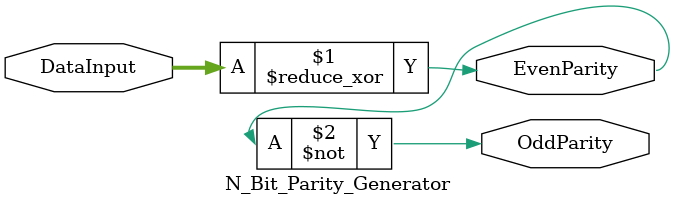
<source format=v>
module N_Bit_Parity_Generator #(
	parameter N_Bits = 8
)(
	input [N_Bits-1 : 0] DataInput,
	output OddParity,
	output EvenParity
);

assign EvenParity = ^DataInput;
assign OddParity = ~EvenParity;

endmodule
</source>
